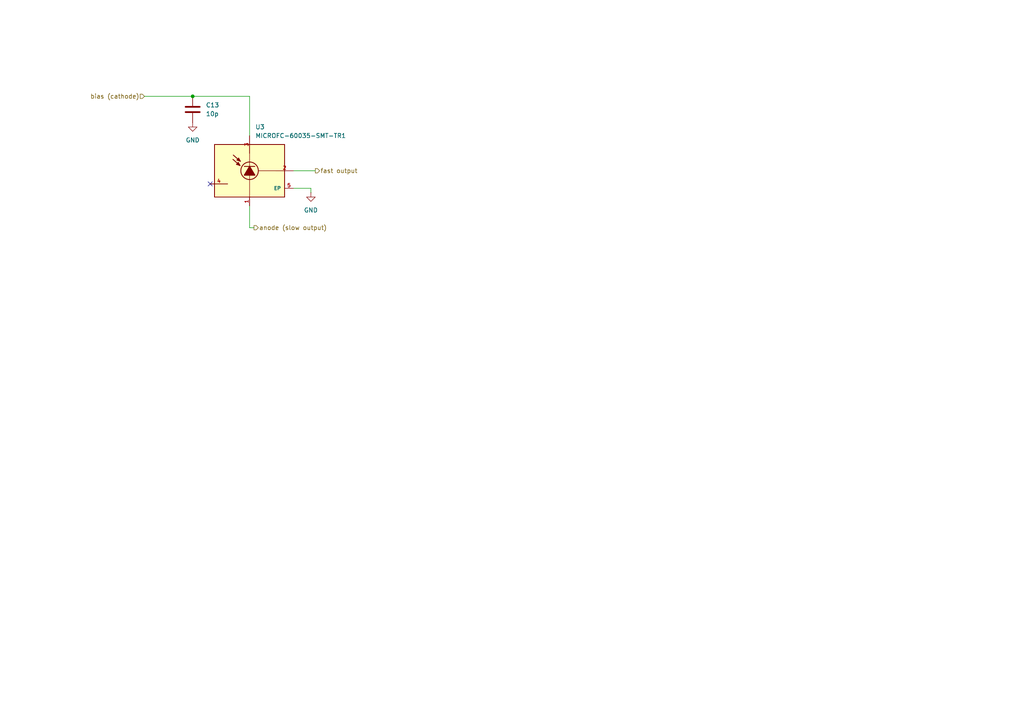
<source format=kicad_sch>
(kicad_sch (version 20231120) (generator "eeschema") (generator_version "8.0")
  (paper "A4")
  (lib_symbols
    (symbol "Device:C" (pin_numbers hide) (pin_names (offset 0.254))
      (property "Reference" "C" (at 0.635 2.54 0))
      (property "Value" "C" (at 0.635 -2.54 0))
      (symbol "C_0_1"
        (polyline (pts (xy -2.032 -0.762) (xy 2.032 -0.762)) (stroke (width 0.508)))
        (polyline (pts (xy -2.032 0.762) (xy 2.032 0.762)) (stroke (width 0.508)))
      )
      (symbol "C_1_1"
        (pin passive line (at 0 3.81 270) (length 2.794) (name "~") (number "1"))
        (pin passive line (at 0 -3.81 90) (length 2.794) (name "~") (number "2"))
      )
    )
    (symbol "New_Library:MICROFC-60035-SMT-TR1" (pin_names (offset 1.016))
      (property "Reference" "U" (at -10.16 7.874 0))
      (property "Value" "MICROFC-60035-SMT-TR1" (at -10.16 -9.144 0))
      (symbol "MICROFC-60035-SMT-TR1_0_0"
        (rectangle (start -10.16 7.62) (end 10.16 -7.62) (stroke (width 0.254)) (fill (type background)))
        (polyline (pts (xy -3.7592 1.8542) (xy -3.2766 2.413)) (stroke (width 0.254)))
        (polyline (pts (xy -3.7592 1.8542) (xy -3.0226 1.8288)) (stroke (width 0.254)))
        (polyline (pts (xy -3.6576 3.0988) (xy -3.175 3.6576)) (stroke (width 0.254)))
        (polyline (pts (xy -3.6576 3.0988) (xy -2.921 3.0734)) (stroke (width 0.254)))
        (polyline (pts (xy -3.3528 2.2352) (xy -3.2004 2.0066)) (stroke (width 0.254)))
        (polyline (pts (xy -3.2766 2.413) (xy -2.794 1.524)) (stroke (width 0.254)))
        (polyline (pts (xy -3.2512 3.4798) (xy -3.0988 3.2512)) (stroke (width 0.254)))
        (polyline (pts (xy -3.175 3.6576) (xy -2.6924 2.7686)) (stroke (width 0.254)))
        (polyline (pts (xy -3.0226 1.8288) (xy -3.0226 1.9558)) (stroke (width 0.254)))
        (polyline (pts (xy -2.921 3.0734) (xy -2.921 3.2004)) (stroke (width 0.254)))
        (polyline (pts (xy -2.794 1.524) (xy -4.826 3.302)) (stroke (width 0.254)))
        (polyline (pts (xy -2.794 1.524) (xy -3.7592 1.8542)) (stroke (width 0.254)))
        (polyline (pts (xy -2.6924 2.7686) (xy -4.7244 4.5466)) (stroke (width 0.254)))
        (polyline (pts (xy -2.6924 2.7686) (xy -3.6576 3.0988)) (stroke (width 0.254)))
        (polyline (pts (xy -1.524 -1.27) (xy 0 -1.27)) (stroke (width 0.254)))
        (polyline (pts (xy -1.524 1.27) (xy 0 1.27)) (stroke (width 0.254)))
        (polyline (pts (xy 0 -1.27) (xy 0 -7.62)) (stroke (width 0.1524)))
        (polyline (pts (xy 0 -1.27) (xy 1.524 -1.27)) (stroke (width 0.254)))
        (polyline (pts (xy 0 1.27) (xy -1.524 -1.27)) (stroke (width 0.254)))
        (polyline (pts (xy 0 1.27) (xy 1.524 1.27)) (stroke (width 0.254)))
        (polyline (pts (xy 0 5.08) (xy 0 1.27)) (stroke (width 0.1524)))
        (polyline (pts (xy 1.524 -1.27) (xy 0 1.27)) (stroke (width 0.254)))
        (polyline (pts (xy 2.54 0) (xy 7.62 0)) (stroke (width 0.1524)))
        (polyline (pts (xy 0 1.27) (xy -1.524 -1.27) (xy 1.524 -1.27) (xy 0 1.27)) (stroke (width 0.254)) (fill (type outline)))
        (circle (center 0 0) (radius 2.54) (stroke (width 0.254)))
        (pin passive line (at 0 -10.16 90) (length 2.54) (name "~") (number "1"))
        (pin passive line (at 12.7 0 180) (length 5.08) (name "~") (number "2"))
        (pin passive line (at 0 10.16 270) (length 5.08) (name "~") (number "3"))
        (pin power_in line (at 12.7 -5.08 180) (length 2.54) (name "EP") (number "5"))
      )
      (symbol "MICROFC-60035-SMT-TR1_1_0"
        (pin passive line (at -11.43 -3.81 0) (length 5.08) (name "~") (number "4"))
      )
    )
    (symbol "power:GND" (power) (pin_numbers hide) (pin_names (offset 0) hide)
      (property "Value" "GND" (at 0 -3.81 0))
      (symbol "GND_0_1"
        (polyline (pts (xy 0 0) (xy 0 -1.27) (xy 1.27 -1.27) (xy 0 -2.54) (xy -1.27 -1.27) (xy 0 -1.27)))
      )
      (symbol "GND_1_1"
        (pin power_in line (at 0 0 270) (length 0) (name "~") (number "1"))
      )
    )
  )
  (junction (at 55.88 27.94))
  (no_connect (at 60.96 53.34))
  (wire (pts (xy 55.88 27.94) (xy 72.39 27.94)))
  (wire (pts (xy 41.91 27.94) (xy 55.88 27.94)))
  (wire (pts (xy 72.39 66.04) (xy 73.66 66.04)))
  (wire (pts (xy 85.09 49.53) (xy 91.44 49.53)))
  (wire (pts (xy 90.17 54.61) (xy 90.17 55.88)))
  (wire (pts (xy 72.39 59.69) (xy 72.39 66.04)))
  (wire (pts (xy 85.09 54.61) (xy 90.17 54.61)))
  (wire (pts (xy 72.39 27.94) (xy 72.39 39.37)))
  (hierarchical_label "fast output" (shape output) (at 91.44 49.53 0))
  (hierarchical_label "bias (cathode)" (shape input) (at 41.91 27.94 180))
  (hierarchical_label "anode (slow output)" (shape output) (at 73.66 66.04 0))
  (symbol (lib_id "Device:C") (at 55.88 31.75 0) (unit 1)
    (property "Reference" "C13" (at 59.69 30.4799 0) (effects (justify left)))
    (property "Value" "10p" (at 59.69 33.0199 0) (effects (justify left)))
    (property "Footprint" "Capacitor_SMD:C_0805_2012Metric" (effects (hide yes)))
    (property "Description" "Unpolarized capacitor" (effects (hide yes)))
  )
  (symbol (lib_id "New_Library:MICROFC-60035-SMT-TR1") (at 72.39 49.53 0) (unit 1)
    (property "Reference" "U3" (at 74.0411 36.83 0) (effects (justify left)))
    (property "Value" "MICROFC-60035-SMT-TR1" (at 74.0411 39.37 0) (effects (justify left)))
    (property "Footprint" "XDCR_MICROFC-60035-SMT-TR1" (effects (hide yes)))
    (property "PARTREV" "31 JUL 2018" (effects (hide yes)))
    (property "STANDARD" "Manufacturer Recommendations" (effects (hide yes)))
    (property "MANUFACTURER" "ONSEMI" (effects (hide yes)))
  )
  (symbol (lib_id "power:GND") (at 55.88 35.56 0) (unit 1)
    (property "Reference" "#PWR019" (effects (hide yes)))
    (property "Value" "GND" (at 55.88 40.64 0))
    (property "Description" "Power symbol creates a global label with name \"GND\" , ground" (effects (hide yes)))
  )
  (symbol (lib_id "power:GND") (at 90.17 55.88 0) (unit 1)
    (property "Reference" "#PWR020" (effects (hide yes)))
    (property "Value" "GND" (at 90.17 60.96 0))
    (property "Description" "Power symbol creates a global label with name \"GND\" , ground" (effects (hide yes)))
  )
)
</source>
